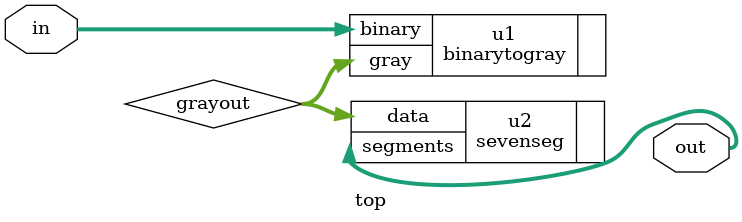
<source format=sv>
module top (input logic [3:0]in, output logic [6:0]out);
	logic [3:0] grayout;
	
	binarytogray u1(
		.binary(in),
		.gray(grayout)
	);
	
	sevenseg u2(
		.data(grayout),
		.segments(out)
	);
endmodule

</source>
